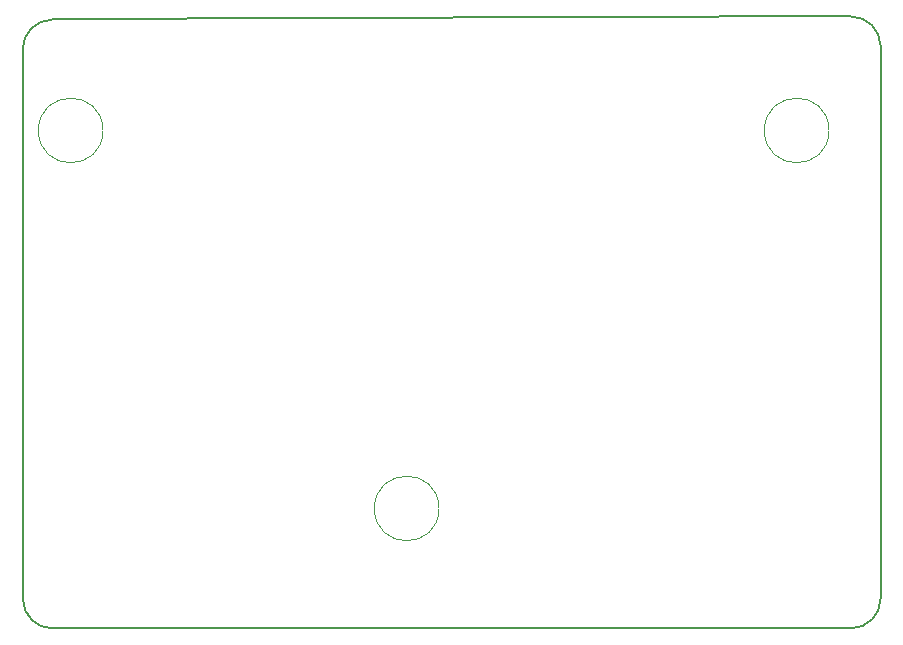
<source format=gbr>
%TF.GenerationSoftware,KiCad,Pcbnew,7.0.9*%
%TF.CreationDate,2024-05-07T23:03:21-04:00*%
%TF.ProjectId,Winder_V1,57696e64-6572-45f5-9631-2e6b69636164,rev?*%
%TF.SameCoordinates,Original*%
%TF.FileFunction,Profile,NP*%
%FSLAX46Y46*%
G04 Gerber Fmt 4.6, Leading zero omitted, Abs format (unit mm)*
G04 Created by KiCad (PCBNEW 7.0.9) date 2024-05-07 23:03:21*
%MOMM*%
%LPD*%
G01*
G04 APERTURE LIST*
%TA.AperFunction,Profile*%
%ADD10C,0.100000*%
%TD*%
%TA.AperFunction,Profile*%
%ADD11C,0.200000*%
%TD*%
G04 APERTURE END LIST*
D10*
X167327664Y-51308000D02*
G75*
G03*
X167327664Y-51308000I-2735664J0D01*
G01*
D11*
X99059999Y-90932001D02*
G75*
G03*
X101599999Y-93472001I2540001J1D01*
G01*
X169164000Y-93472000D02*
G75*
G03*
X171704000Y-90932000I0J2540000D01*
G01*
X99059999Y-44449999D02*
X99059999Y-90932001D01*
X171704000Y-90932000D02*
X171704001Y-44195999D01*
X101599999Y-93472001D02*
X169164000Y-93472000D01*
X171704001Y-44195999D02*
G75*
G03*
X169164001Y-41655999I-2540001J-1D01*
G01*
D10*
X134307664Y-83312000D02*
G75*
G03*
X134307664Y-83312000I-2735664J0D01*
G01*
D11*
X101599999Y-41909999D02*
G75*
G03*
X99059999Y-44449999I1J-2540001D01*
G01*
D10*
X105859664Y-51308000D02*
G75*
G03*
X105859664Y-51308000I-2735664J0D01*
G01*
D11*
X169164001Y-41655999D02*
X101599999Y-41909999D01*
M02*

</source>
